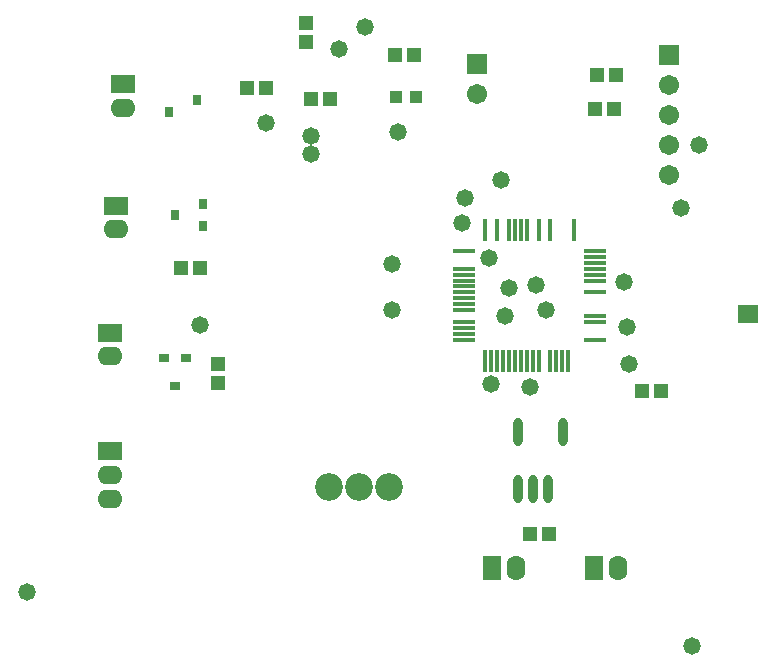
<source format=gts>
G04*
G04 #@! TF.GenerationSoftware,Altium Limited,Altium Designer,19.1.5 (86)*
G04*
G04 Layer_Color=8388736*
%FSLAX25Y25*%
%MOIN*%
G70*
G01*
G75*
%ADD26R,0.04934X0.04737*%
%ADD27R,0.04737X0.04934*%
%ADD28O,0.07487X0.01581*%
%ADD29O,0.01581X0.07487*%
%ADD30R,0.03241X0.03064*%
%ADD31O,0.03162X0.09461*%
%ADD32R,0.06922X0.05918*%
%ADD33R,0.03950X0.03950*%
%ADD34R,0.03064X0.03241*%
%ADD35C,0.06706*%
%ADD36R,0.06706X0.06706*%
%ADD37O,0.08300X0.06300*%
%ADD38R,0.08300X0.06300*%
%ADD39O,0.06300X0.08300*%
%ADD40R,0.06300X0.08300*%
%ADD41C,0.09265*%
%ADD42C,0.05800*%
D26*
X367799Y378000D02*
D03*
X361500D02*
D03*
X296650Y307000D02*
D03*
X290350D02*
D03*
X413000Y218500D02*
D03*
X406701D02*
D03*
X444000Y266000D02*
D03*
X450299D02*
D03*
X339799Y363500D02*
D03*
X333500D02*
D03*
X428350Y360000D02*
D03*
X434650D02*
D03*
X428850Y371500D02*
D03*
X435150D02*
D03*
X318650Y367000D02*
D03*
X312350D02*
D03*
D27*
X332000Y382350D02*
D03*
Y388650D02*
D03*
X302500Y275000D02*
D03*
Y268701D02*
D03*
D28*
X384650Y312764D02*
D03*
Y306858D02*
D03*
Y304890D02*
D03*
Y302921D02*
D03*
Y300953D02*
D03*
Y298984D02*
D03*
Y297016D02*
D03*
Y295047D02*
D03*
Y293079D02*
D03*
Y289142D02*
D03*
Y287173D02*
D03*
Y285205D02*
D03*
Y283236D02*
D03*
X428350D02*
D03*
Y289142D02*
D03*
Y291110D02*
D03*
Y298984D02*
D03*
Y302921D02*
D03*
Y304890D02*
D03*
Y306858D02*
D03*
Y308827D02*
D03*
Y310795D02*
D03*
Y312764D02*
D03*
D29*
X391736Y276150D02*
D03*
X395673D02*
D03*
X397642D02*
D03*
X399610D02*
D03*
X401579D02*
D03*
X403547D02*
D03*
X405516D02*
D03*
X407484D02*
D03*
X409453D02*
D03*
X413390D02*
D03*
X415358D02*
D03*
X417327D02*
D03*
X419295D02*
D03*
X421264Y319850D02*
D03*
X413390D02*
D03*
X409453D02*
D03*
X405516D02*
D03*
X403547D02*
D03*
X401579D02*
D03*
X399610D02*
D03*
X395673D02*
D03*
X391736D02*
D03*
X393705Y276150D02*
D03*
D30*
X292000Y277000D02*
D03*
X284520D02*
D03*
X288260Y267646D02*
D03*
D31*
X402500Y233551D02*
D03*
X407500D02*
D03*
X412500D02*
D03*
X402500Y252449D02*
D03*
X417500D02*
D03*
D32*
X479150Y291642D02*
D03*
D33*
X362004Y364000D02*
D03*
X368500D02*
D03*
D34*
X288146Y324760D02*
D03*
X297500Y328500D02*
D03*
Y321020D02*
D03*
X286146Y359260D02*
D03*
X295500Y363000D02*
D03*
D35*
X389000Y365000D02*
D03*
X453000Y338000D02*
D03*
Y348000D02*
D03*
Y358000D02*
D03*
Y368000D02*
D03*
D36*
X389000Y375000D02*
D03*
X453000Y378000D02*
D03*
D37*
X271000Y360500D02*
D03*
X266500Y238126D02*
D03*
Y230252D02*
D03*
Y277626D02*
D03*
X268500Y320000D02*
D03*
D38*
X271000Y368374D02*
D03*
X266500Y246000D02*
D03*
Y285500D02*
D03*
X268500Y327874D02*
D03*
D39*
X401874Y207000D02*
D03*
X435874D02*
D03*
D40*
X394000D02*
D03*
X428000D02*
D03*
D41*
X359500Y234000D02*
D03*
X349500D02*
D03*
X339500D02*
D03*
D42*
X460500Y181000D02*
D03*
X239000Y199000D02*
D03*
X351500Y387500D02*
D03*
X397000Y336500D02*
D03*
X343000Y380000D02*
D03*
X385000Y330500D02*
D03*
X463000Y348000D02*
D03*
X406500Y267500D02*
D03*
X457000Y327000D02*
D03*
X439500Y275000D02*
D03*
X439000Y287500D02*
D03*
X438000Y302500D02*
D03*
X393705Y268500D02*
D03*
X412000Y293000D02*
D03*
X408500Y301500D02*
D03*
X398433Y291110D02*
D03*
X399500Y300500D02*
D03*
X393000Y310500D02*
D03*
X384000Y322000D02*
D03*
X360500Y293000D02*
D03*
Y308500D02*
D03*
X296650Y288000D02*
D03*
X362500Y352500D02*
D03*
X333500Y345000D02*
D03*
X318650Y355520D02*
D03*
X333500Y351000D02*
D03*
M02*

</source>
